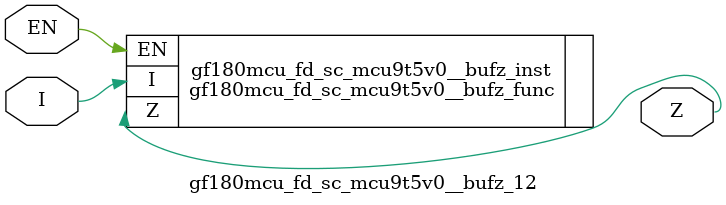
<source format=v>

`ifndef GF180MCU_FD_SC_MCU9T5V0__BUFZ_12_V
`define GF180MCU_FD_SC_MCU9T5V0__BUFZ_12_V

`include "gf180mcu_fd_sc_mcu9t5v0__bufz.v"

`ifdef USE_POWER_PINS
module gf180mcu_fd_sc_mcu9t5v0__bufz_12( EN, I, Z, VDD, VSS );
inout VDD, VSS;
`else // If not USE_POWER_PINS
module gf180mcu_fd_sc_mcu9t5v0__bufz_12( EN, I, Z );
`endif // If not USE_POWER_PINS
input EN, I;
output Z;

`ifdef USE_POWER_PINS
  gf180mcu_fd_sc_mcu9t5v0__bufz_func gf180mcu_fd_sc_mcu9t5v0__bufz_inst(.EN(EN),.I(I),.Z(Z),.VDD(VDD),.VSS(VSS));
`else // If not USE_POWER_PINS
  gf180mcu_fd_sc_mcu9t5v0__bufz_func gf180mcu_fd_sc_mcu9t5v0__bufz_inst(.EN(EN),.I(I),.Z(Z));
`endif // If not USE_POWER_PINS

`ifndef FUNCTIONAL
	// spec_gates_begin


	// spec_gates_end



   specify

	// specify_block_begin

	// comb arc EN --> Z
	 (EN => Z) = (1.0,1.0);

	// comb arc I --> Z
	 (I => Z) = (1.0,1.0);

	// specify_block_end

   endspecify

   `endif

endmodule
`endif // GF180MCU_FD_SC_MCU9T5V0__BUFZ_12_V

</source>
